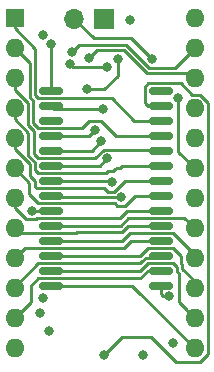
<source format=gbr>
%TF.GenerationSoftware,KiCad,Pcbnew,7.0.8-7.0.8~ubuntu23.04.1*%
%TF.CreationDate,2023-10-18T20:22:37+02:00*%
%TF.ProjectId,eprom_replacer2,6570726f-6d5f-4726-9570-6c6163657232,1.01*%
%TF.SameCoordinates,Original*%
%TF.FileFunction,Copper,L4,Bot*%
%TF.FilePolarity,Positive*%
%FSLAX46Y46*%
G04 Gerber Fmt 4.6, Leading zero omitted, Abs format (unit mm)*
G04 Created by KiCad (PCBNEW 7.0.8-7.0.8~ubuntu23.04.1) date 2023-10-18 20:22:37*
%MOMM*%
%LPD*%
G01*
G04 APERTURE LIST*
G04 Aperture macros list*
%AMRoundRect*
0 Rectangle with rounded corners*
0 $1 Rounding radius*
0 $2 $3 $4 $5 $6 $7 $8 $9 X,Y pos of 4 corners*
0 Add a 4 corners polygon primitive as box body*
4,1,4,$2,$3,$4,$5,$6,$7,$8,$9,$2,$3,0*
0 Add four circle primitives for the rounded corners*
1,1,$1+$1,$2,$3*
1,1,$1+$1,$4,$5*
1,1,$1+$1,$6,$7*
1,1,$1+$1,$8,$9*
0 Add four rect primitives between the rounded corners*
20,1,$1+$1,$2,$3,$4,$5,0*
20,1,$1+$1,$4,$5,$6,$7,0*
20,1,$1+$1,$6,$7,$8,$9,0*
20,1,$1+$1,$8,$9,$2,$3,0*%
G04 Aperture macros list end*
%TA.AperFunction,ComponentPad*%
%ADD10R,1.700000X1.700000*%
%TD*%
%TA.AperFunction,ComponentPad*%
%ADD11O,1.700000X1.700000*%
%TD*%
%TA.AperFunction,ComponentPad*%
%ADD12R,1.600000X1.600000*%
%TD*%
%TA.AperFunction,ComponentPad*%
%ADD13O,1.600000X1.600000*%
%TD*%
%TA.AperFunction,SMDPad,CuDef*%
%ADD14RoundRect,0.150000X0.875000X0.150000X-0.875000X0.150000X-0.875000X-0.150000X0.875000X-0.150000X0*%
%TD*%
%TA.AperFunction,ViaPad*%
%ADD15C,0.800000*%
%TD*%
%TA.AperFunction,Conductor*%
%ADD16C,0.250000*%
%TD*%
G04 APERTURE END LIST*
D10*
%TO.P,J3,1,Pin_1*%
%TO.N,/~{WE}*%
X108432600Y-79781400D03*
D11*
%TO.P,J3,2,Pin_2*%
%TO.N,/PIN18*%
X105892600Y-79781400D03*
%TD*%
D12*
%TO.P,J2,1,Pin_1*%
%TO.N,/A7*%
X100838000Y-79756000D03*
D13*
%TO.P,J2,2,Pin_2*%
%TO.N,/A6*%
X100838000Y-82296000D03*
%TO.P,J2,3,Pin_3*%
%TO.N,/A5*%
X100838000Y-84836000D03*
%TO.P,J2,4,Pin_4*%
%TO.N,/A4*%
X100838000Y-87376000D03*
%TO.P,J2,5,Pin_5*%
%TO.N,/A3*%
X100838000Y-89916000D03*
%TO.P,J2,6,Pin_6*%
%TO.N,/A2*%
X100838000Y-92456000D03*
%TO.P,J2,7,Pin_7*%
%TO.N,/A1*%
X100838000Y-94996000D03*
%TO.P,J2,8,Pin_8*%
%TO.N,/A0*%
X100838000Y-97536000D03*
%TO.P,J2,9,Pin_9*%
%TO.N,/D0*%
X100838000Y-100076000D03*
%TO.P,J2,10,Pin_10*%
%TO.N,/D1*%
X100838000Y-102616000D03*
%TO.P,J2,11,Pin_11*%
%TO.N,/D2*%
X100838000Y-105156000D03*
%TO.P,J2,12,Pin_12*%
%TO.N,GND*%
X100838000Y-107696000D03*
%TO.P,J2,13,Pin_13*%
%TO.N,/D3*%
X116078000Y-107696000D03*
%TO.P,J2,14,Pin_14*%
%TO.N,/D4*%
X116078000Y-105156000D03*
%TO.P,J2,15,Pin_15*%
%TO.N,/D5*%
X116078000Y-102616000D03*
%TO.P,J2,16,Pin_16*%
%TO.N,/D6*%
X116078000Y-100076000D03*
%TO.P,J2,17,Pin_17*%
%TO.N,/D7*%
X116078000Y-97536000D03*
%TO.P,J2,18,Pin_18*%
%TO.N,/PIN18*%
X116078000Y-94996000D03*
%TO.P,J2,19,Pin_19*%
%TO.N,/PIN19*%
X116078000Y-92456000D03*
%TO.P,J2,20,Pin_20*%
%TO.N,/PIN20*%
X116078000Y-89916000D03*
%TO.P,J2,21,Pin_21*%
%TO.N,/PIN21*%
X116078000Y-87376000D03*
%TO.P,J2,22,Pin_22*%
%TO.N,/A9*%
X116078000Y-84836000D03*
%TO.P,J2,23,Pin_23*%
%TO.N,/A8*%
X116078000Y-82296000D03*
%TO.P,J2,24,Pin_24*%
%TO.N,/A13*%
X116078000Y-79756000D03*
%TD*%
D14*
%TO.P,U2,1*%
%TO.N,N/C*%
X113209600Y-85877400D03*
%TO.P,U2,2,A12*%
%TO.N,/A12*%
X113209600Y-87147400D03*
%TO.P,U2,3,A7*%
%TO.N,/A7*%
X113209600Y-88417400D03*
%TO.P,U2,4,A6*%
%TO.N,/A6*%
X113209600Y-89687400D03*
%TO.P,U2,5,A5*%
%TO.N,/A5*%
X113209600Y-90957400D03*
%TO.P,U2,6,A4*%
%TO.N,/A4*%
X113209600Y-92227400D03*
%TO.P,U2,7,A3*%
%TO.N,/A3*%
X113209600Y-93497400D03*
%TO.P,U2,8,A2*%
%TO.N,/A2*%
X113209600Y-94767400D03*
%TO.P,U2,9,A1*%
%TO.N,/A1*%
X113209600Y-96037400D03*
%TO.P,U2,10,A0*%
%TO.N,/A0*%
X113209600Y-97307400D03*
%TO.P,U2,11,DQ0*%
%TO.N,/D0*%
X113209600Y-98577400D03*
%TO.P,U2,12,DQ1*%
%TO.N,/D1*%
X113209600Y-99847400D03*
%TO.P,U2,13,DQ2*%
%TO.N,/D2*%
X113209600Y-101117400D03*
%TO.P,U2,14,VSS*%
%TO.N,GND*%
X113209600Y-102387400D03*
%TO.P,U2,15,DQ3*%
%TO.N,/D3*%
X103909600Y-102387400D03*
%TO.P,U2,16,DQ4*%
%TO.N,/D4*%
X103909600Y-101117400D03*
%TO.P,U2,17,DQ5*%
%TO.N,/D5*%
X103909600Y-99847400D03*
%TO.P,U2,18,DQ6*%
%TO.N,/D6*%
X103909600Y-98577400D03*
%TO.P,U2,19,DQ7*%
%TO.N,/D7*%
X103909600Y-97307400D03*
%TO.P,U2,20,~{CE}*%
%TO.N,/~{CE}*%
X103909600Y-96037400D03*
%TO.P,U2,21,A10*%
%TO.N,/A10*%
X103909600Y-94767400D03*
%TO.P,U2,22,~{OE}*%
%TO.N,/~{OE}*%
X103909600Y-93497400D03*
%TO.P,U2,23,A11*%
%TO.N,/A11*%
X103909600Y-92227400D03*
%TO.P,U2,24,A9*%
%TO.N,/A9*%
X103909600Y-90957400D03*
%TO.P,U2,25,A8*%
%TO.N,/A8*%
X103909600Y-89687400D03*
%TO.P,U2,26*%
%TO.N,N/C*%
X103909600Y-88417400D03*
%TO.P,U2,27,~{WE}*%
%TO.N,/~{WE}*%
X103909600Y-87147400D03*
%TO.P,U2,28,VDD*%
%TO.N,+5V*%
X103909600Y-85877400D03*
%TD*%
D15*
%TO.N,GND*%
X102975899Y-104669101D03*
X103225600Y-81187688D03*
X113922419Y-103286900D03*
%TO.N,/PIN18*%
X112496600Y-83210400D03*
%TO.N,/PIN19*%
X114657234Y-86510972D03*
%TO.N,/A9*%
X108170601Y-90158221D03*
X107162600Y-83081846D03*
%TO.N,/A8*%
X105719825Y-82613827D03*
X107611500Y-89184320D03*
%TO.N,+5V*%
X103950100Y-81893063D03*
X111729301Y-108229400D03*
X114274600Y-107213400D03*
X103733600Y-106197400D03*
X103256137Y-103445269D03*
X110591600Y-79908400D03*
%TO.N,/A10*%
X109840737Y-94883263D03*
X107006335Y-85770376D03*
X109575600Y-83210400D03*
%TO.N,/~{OE}*%
X109064680Y-93610122D03*
%TO.N,/~{WE}*%
X108336601Y-87401400D03*
%TO.N,/A12*%
X108432600Y-108229400D03*
%TO.N,/A11*%
X108691934Y-91587066D03*
X105511600Y-83591400D03*
X108684797Y-83843597D03*
%TO.N,/~{CE}*%
X102336600Y-96037400D03*
%TD*%
D16*
%TO.N,/A7*%
X102847072Y-86511623D02*
X109060294Y-86511623D01*
X109060294Y-86511623D02*
X110966071Y-88417400D01*
X100838000Y-80601047D02*
X102559600Y-82322647D01*
X100838000Y-79756000D02*
X100838000Y-80601047D01*
X102559600Y-86224151D02*
X102847072Y-86511623D01*
X110966071Y-88417400D02*
X113209600Y-88417400D01*
X102559600Y-82322647D02*
X102559600Y-86223444D01*
%TO.N,/A6*%
X102847849Y-89052400D02*
X106519034Y-89052400D01*
X102110099Y-86421418D02*
X102412501Y-86723820D01*
X100838000Y-82296000D02*
X102110099Y-83568099D01*
X102110099Y-83568099D02*
X102110099Y-86421418D01*
X108195796Y-88417400D02*
X109465796Y-89687400D01*
X109465796Y-89687400D02*
X113209600Y-89687400D01*
X107154034Y-88417400D02*
X108195796Y-88417400D01*
X106519034Y-89052400D02*
X107154034Y-88417400D01*
X102412501Y-86723820D02*
X102412501Y-88617052D01*
X102412501Y-88617052D02*
X102847849Y-89052400D01*
%TO.N,/A5*%
X101955600Y-88544400D02*
X101955600Y-88795841D01*
X102835980Y-91582400D02*
X107672002Y-91582400D01*
X107672002Y-91582400D02*
X108391836Y-90862566D01*
X113114766Y-90862566D02*
X113209600Y-90957400D01*
X101963000Y-88537000D02*
X101955600Y-88544400D01*
X100838000Y-84836000D02*
X100838000Y-85785009D01*
X102463600Y-89303841D02*
X102463600Y-91210020D01*
X101963000Y-86910009D02*
X101963000Y-88537000D01*
X100838000Y-85785009D02*
X101963000Y-86910009D01*
X108391836Y-90862566D02*
X113114766Y-90862566D01*
X102463600Y-91210020D02*
X102835980Y-91582400D01*
X101955600Y-88795841D02*
X102463600Y-89303841D01*
%TO.N,/A4*%
X109471547Y-92430037D02*
X109488685Y-92412899D01*
X102014099Y-91396209D02*
X102559600Y-91941710D01*
X108561132Y-92852400D02*
X108750404Y-92663128D01*
X109319248Y-92540246D02*
X109327756Y-92540246D01*
X109965905Y-92227400D02*
X113209600Y-92227400D01*
X109446769Y-92430037D02*
X109471547Y-92430037D01*
X109261192Y-92598302D02*
X109319248Y-92540246D01*
X109165660Y-92639451D02*
X109196854Y-92639451D01*
X102559600Y-91941710D02*
X102559600Y-92574151D01*
X102559600Y-92574151D02*
X102837849Y-92852400D01*
X102837849Y-92852400D02*
X108561132Y-92852400D01*
X109238003Y-92598302D02*
X109261192Y-92598302D01*
X100838000Y-88313931D02*
X102014099Y-89490030D01*
X109327756Y-92540246D02*
X109386854Y-92481148D01*
X109488685Y-92412899D02*
X109780406Y-92412899D01*
X109196854Y-92639451D02*
X109238003Y-92598302D01*
X109386854Y-92481148D02*
X109395658Y-92481148D01*
X109780406Y-92412899D02*
X109965905Y-92227400D01*
X100838000Y-87376000D02*
X100838000Y-88313931D01*
X108750404Y-92663128D02*
X109141983Y-92663128D01*
X109141983Y-92663128D02*
X109165660Y-92639451D01*
X102014099Y-89490030D02*
X102014099Y-91396209D01*
X109395658Y-92481148D02*
X109446769Y-92430037D01*
%TO.N,/A3*%
X108404714Y-94122400D02*
X108716076Y-94433762D01*
X100838000Y-90855800D02*
X102110099Y-92127899D01*
X102532101Y-93514411D02*
X102532101Y-93966901D01*
X108716076Y-94433762D02*
X109265640Y-94433762D01*
X100838000Y-89916000D02*
X100838000Y-90855800D01*
X102687600Y-94122400D02*
X108404714Y-94122400D01*
X102110099Y-92127899D02*
X102110099Y-93092409D01*
X102532101Y-93966901D02*
X102687600Y-94122400D01*
X110202002Y-93497400D02*
X113209600Y-93497400D01*
X109265640Y-94433762D02*
X110202002Y-93497400D01*
X102110099Y-93092409D02*
X102532101Y-93514411D01*
%TO.N,/A2*%
X111031832Y-94767400D02*
X113209600Y-94767400D01*
X102082600Y-94637151D02*
X102837849Y-95392400D01*
X100838000Y-92456000D02*
X102082600Y-93700600D01*
X109540639Y-95607763D02*
X110191468Y-95607764D01*
X109325276Y-95392400D02*
X109540639Y-95607763D01*
X102082600Y-93700600D02*
X102082600Y-94637151D01*
X110191468Y-95607764D02*
X111031832Y-94767400D01*
X102837849Y-95392400D02*
X109325276Y-95392400D01*
%TO.N,/A1*%
X100838000Y-94996000D02*
X100838000Y-95832999D01*
X100838000Y-95832999D02*
X101766901Y-96761900D01*
X109772522Y-96662400D02*
X110397522Y-96037400D01*
X101766901Y-96761900D02*
X102636698Y-96761900D01*
X102636698Y-96761900D02*
X102736198Y-96662400D01*
X102736198Y-96662400D02*
X109772522Y-96662400D01*
X110397522Y-96037400D02*
X113209600Y-96037400D01*
%TO.N,/A0*%
X109898101Y-97873899D02*
X110464600Y-97307400D01*
X110464600Y-97307400D02*
X113209600Y-97307400D01*
X106028910Y-97932400D02*
X106087411Y-97873899D01*
X100838000Y-97536000D02*
X101234400Y-97932400D01*
X106087411Y-97873899D02*
X109898101Y-97873899D01*
X101234400Y-97932400D02*
X106028910Y-97932400D01*
%TO.N,/D0*%
X110093600Y-99202400D02*
X110718600Y-98577400D01*
X101711600Y-99202400D02*
X110093600Y-99202400D01*
X110718600Y-98577400D02*
X113209600Y-98577400D01*
X100838000Y-100076000D02*
X101711600Y-99202400D01*
%TO.N,/D1*%
X111665409Y-100296901D02*
X111666789Y-100296901D01*
X100838000Y-102492249D02*
X102857849Y-100472400D01*
X113024101Y-100032899D02*
X113209600Y-99847400D01*
X111930791Y-100032899D02*
X113024101Y-100032899D01*
X111489910Y-100472400D02*
X111665409Y-100296901D01*
X102857849Y-100472400D02*
X111489910Y-100472400D01*
X100838000Y-102616000D02*
X100838000Y-102492249D01*
X111666789Y-100296901D02*
X111930791Y-100032899D01*
%TO.N,/D2*%
X100838000Y-105156000D02*
X102209600Y-103784400D01*
X111491290Y-101742400D02*
X112116290Y-101117400D01*
X102857849Y-101742400D02*
X111491290Y-101742400D01*
X102209600Y-102390649D02*
X102857849Y-101742400D01*
X112116290Y-101117400D02*
X113209600Y-101117400D01*
X102209600Y-103784400D02*
X102209600Y-102390649D01*
%TO.N,GND*%
X113209600Y-102387400D02*
X113209600Y-103100400D01*
X113209600Y-103100400D02*
X113396100Y-103286900D01*
X113396100Y-103286900D02*
X113922419Y-103286900D01*
%TO.N,/D3*%
X103909600Y-102387400D02*
X110769400Y-102387400D01*
X110769400Y-102387400D02*
X116078000Y-107696000D01*
%TO.N,/D4*%
X114271351Y-100482400D02*
X114559600Y-100770649D01*
X112116980Y-100482400D02*
X114271351Y-100482400D01*
X114782600Y-101371400D02*
X114782600Y-103784400D01*
X103909600Y-101117400D02*
X111480600Y-101117400D01*
X115417600Y-104495600D02*
X116078000Y-105156000D01*
X111480600Y-101117400D02*
X111851598Y-100746402D01*
X111851598Y-100746402D02*
X111852978Y-100746402D01*
X114782600Y-103784400D02*
X115417600Y-104419400D01*
X114559600Y-100770649D02*
X114559600Y-101148400D01*
X114559600Y-101148400D02*
X114782600Y-101371400D01*
X115417600Y-104419400D02*
X115417600Y-104495600D01*
X111852978Y-100746402D02*
X112116980Y-100482400D01*
%TO.N,/D5*%
X115009101Y-100584460D02*
X115009101Y-100962211D01*
X114953000Y-99894049D02*
X114953000Y-100528359D01*
X114953000Y-100528359D02*
X115009101Y-100584460D01*
X111480600Y-99847400D02*
X112115600Y-99212400D01*
X115009101Y-100962211D02*
X116078000Y-102031110D01*
X112115600Y-99212400D02*
X114271351Y-99212400D01*
X114271351Y-99212400D02*
X114953000Y-99894049D01*
X116078000Y-102031110D02*
X116078000Y-102616000D01*
X103909600Y-99847400D02*
X111480600Y-99847400D01*
%TO.N,/D6*%
X116078000Y-99749049D02*
X116078000Y-100076000D01*
X110591600Y-97942400D02*
X114271351Y-97942400D01*
X114271351Y-97942400D02*
X116078000Y-99749049D01*
X103909600Y-98577400D02*
X109956600Y-98577400D01*
X109956600Y-98577400D02*
X110591600Y-97942400D01*
%TO.N,/D7*%
X110463910Y-96672400D02*
X115214400Y-96672400D01*
X103909600Y-97307400D02*
X109828910Y-97307400D01*
X109828910Y-97307400D02*
X110463910Y-96672400D01*
X115214400Y-96672400D02*
X116078000Y-97536000D01*
%TO.N,/PIN18*%
X110718600Y-81432400D02*
X112496600Y-83210400D01*
X105892600Y-79781400D02*
X107543600Y-81432400D01*
X107543600Y-81432400D02*
X110718600Y-81432400D01*
%TO.N,/PIN19*%
X114657234Y-91035234D02*
X116078000Y-92456000D01*
X114657234Y-86510972D02*
X114657234Y-91035234D01*
%TO.N,/A9*%
X107796046Y-82448400D02*
X107162600Y-83081846D01*
X115626401Y-84384401D02*
X112010313Y-84384401D01*
X103909600Y-90957400D02*
X107371422Y-90957400D01*
X112010313Y-84384401D02*
X110074312Y-82448400D01*
X116078000Y-84836000D02*
X115626401Y-84384401D01*
X110074312Y-82448400D02*
X107796046Y-82448400D01*
X107371422Y-90957400D02*
X108170601Y-90158221D01*
%TO.N,/A8*%
X114439100Y-83934900D02*
X112196502Y-83934900D01*
X107108420Y-89687400D02*
X107611500Y-89184320D01*
X116078000Y-82296000D02*
X114439100Y-83934900D01*
X106334753Y-81998899D02*
X105719825Y-82613827D01*
X103909600Y-89687400D02*
X107108420Y-89687400D01*
X110260501Y-81998899D02*
X106334753Y-81998899D01*
X112196502Y-83934900D02*
X110260501Y-81998899D01*
%TO.N,+5V*%
X103909600Y-81933563D02*
X103950100Y-81893063D01*
X103909600Y-85877400D02*
X103909600Y-81933563D01*
%TO.N,/A10*%
X109575600Y-83210400D02*
X109575600Y-84631697D01*
X104025463Y-94883263D02*
X109840737Y-94883263D01*
X108436921Y-85770376D02*
X107006335Y-85770376D01*
X109575600Y-84631697D02*
X108436921Y-85770376D01*
X103909600Y-94767400D02*
X104025463Y-94883263D01*
%TO.N,/~{OE}*%
X108926322Y-93610122D02*
X109064680Y-93610122D01*
X103909600Y-93497400D02*
X108813600Y-93497400D01*
X108813600Y-93497400D02*
X108926322Y-93610122D01*
%TO.N,/~{WE}*%
X103909600Y-87147400D02*
X104163600Y-87401400D01*
X104163600Y-87401400D02*
X108336601Y-87401400D01*
%TO.N,/A12*%
X112147849Y-85242400D02*
X114893409Y-85242400D01*
X116543991Y-86251000D02*
X117202500Y-86909509D01*
X114893409Y-85242400D02*
X115902009Y-86251000D01*
X113209600Y-87147400D02*
X112115600Y-87147400D01*
X115902009Y-86251000D02*
X116543991Y-86251000D01*
X112115600Y-87147400D02*
X111859600Y-86891400D01*
X111859600Y-85530649D02*
X112147849Y-85242400D01*
X116543991Y-108821000D02*
X114485200Y-108821000D01*
X114485200Y-108821000D02*
X112369600Y-106705400D01*
X117202500Y-108162491D02*
X116543991Y-108821000D01*
X112369600Y-106705400D02*
X109956600Y-106705400D01*
X117202500Y-86909509D02*
X117202500Y-108162491D01*
X109956600Y-106705400D02*
X108432600Y-108229400D01*
X111859600Y-86891400D02*
X111859600Y-85530649D01*
%TO.N,/A11*%
X103909600Y-92227400D02*
X108051600Y-92227400D01*
X108051600Y-92227400D02*
X108691934Y-91587066D01*
X105763796Y-83843596D02*
X108684797Y-83843597D01*
X105511600Y-83591400D02*
X105763796Y-83843596D01*
%TO.N,/~{CE}*%
X103909600Y-96037400D02*
X102336600Y-96037400D01*
%TD*%
M02*

</source>
